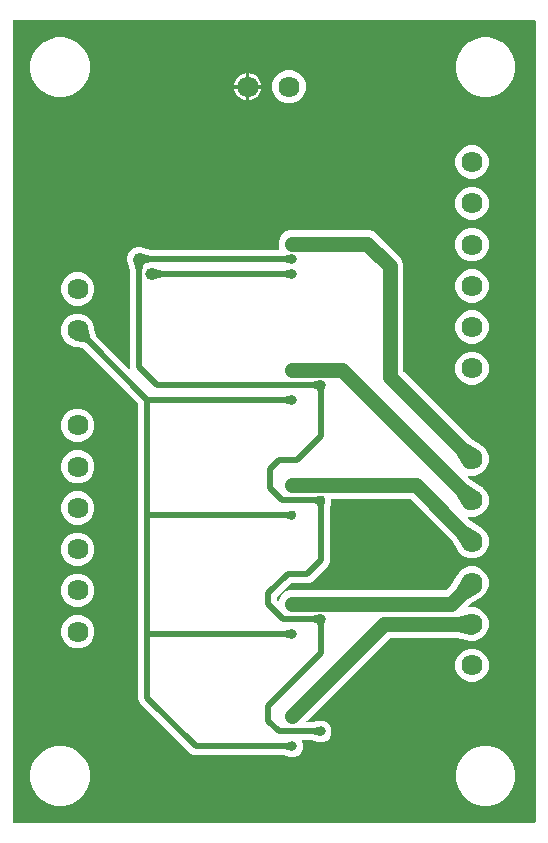
<source format=gbr>
G04 EAGLE Gerber RS-274X export*
G75*
%MOMM*%
%FSLAX34Y34*%
%LPD*%
%INBottom Copper*%
%IPPOS*%
%AMOC8*
5,1,8,0,0,1.08239X$1,22.5*%
G01*
%ADD10C,1.790700*%
%ADD11C,1.270000*%
%ADD12C,1.006400*%
%ADD13C,0.806400*%
%ADD14C,0.508000*%
%ADD15C,0.756400*%
%ADD16C,0.956400*%

G36*
X451798Y10164D02*
X451798Y10164D01*
X451817Y10162D01*
X451919Y10184D01*
X452021Y10200D01*
X452038Y10210D01*
X452058Y10214D01*
X452147Y10267D01*
X452238Y10316D01*
X452252Y10330D01*
X452269Y10340D01*
X452336Y10419D01*
X452408Y10494D01*
X452416Y10512D01*
X452429Y10527D01*
X452468Y10623D01*
X452511Y10717D01*
X452513Y10737D01*
X452521Y10755D01*
X452539Y10922D01*
X452539Y689078D01*
X452536Y689098D01*
X452538Y689117D01*
X452516Y689219D01*
X452500Y689321D01*
X452490Y689338D01*
X452486Y689358D01*
X452433Y689447D01*
X452384Y689538D01*
X452370Y689552D01*
X452360Y689569D01*
X452281Y689636D01*
X452206Y689708D01*
X452188Y689716D01*
X452173Y689729D01*
X452077Y689768D01*
X451983Y689811D01*
X451963Y689813D01*
X451945Y689821D01*
X451778Y689839D01*
X10922Y689839D01*
X10902Y689836D01*
X10883Y689838D01*
X10781Y689816D01*
X10679Y689800D01*
X10662Y689790D01*
X10642Y689786D01*
X10553Y689733D01*
X10462Y689684D01*
X10448Y689670D01*
X10431Y689660D01*
X10364Y689581D01*
X10292Y689506D01*
X10284Y689488D01*
X10271Y689473D01*
X10232Y689377D01*
X10189Y689283D01*
X10187Y689263D01*
X10179Y689245D01*
X10161Y689078D01*
X10161Y10922D01*
X10164Y10902D01*
X10162Y10883D01*
X10184Y10781D01*
X10200Y10679D01*
X10210Y10662D01*
X10214Y10642D01*
X10267Y10553D01*
X10316Y10462D01*
X10330Y10448D01*
X10340Y10431D01*
X10419Y10364D01*
X10494Y10292D01*
X10512Y10284D01*
X10527Y10271D01*
X10623Y10232D01*
X10717Y10189D01*
X10737Y10187D01*
X10755Y10179D01*
X10922Y10161D01*
X451778Y10161D01*
X451798Y10164D01*
G37*
%LPC*%
G36*
X245322Y65793D02*
X245322Y65793D01*
X245310Y65794D01*
X245299Y65799D01*
X245132Y65817D01*
X244567Y65817D01*
X243539Y66243D01*
X243507Y66251D01*
X243437Y66277D01*
X239510Y67285D01*
X239499Y67286D01*
X239488Y67291D01*
X239321Y67309D01*
X238713Y67309D01*
X163584Y67309D01*
X160783Y68469D01*
X117237Y112015D01*
X116077Y114816D01*
X116077Y364828D01*
X116063Y364918D01*
X116055Y365009D01*
X116043Y365039D01*
X116038Y365071D01*
X115995Y365152D01*
X115959Y365235D01*
X115933Y365268D01*
X115922Y365288D01*
X115899Y365310D01*
X115854Y365366D01*
X69550Y411671D01*
X69543Y411675D01*
X69538Y411682D01*
X69443Y411748D01*
X69350Y411814D01*
X69342Y411817D01*
X69335Y411821D01*
X69177Y411875D01*
X68244Y412082D01*
X64812Y412843D01*
X64812Y412844D01*
X64811Y412844D01*
X63316Y413175D01*
X63315Y413175D01*
X63314Y413176D01*
X63310Y413176D01*
X63149Y413194D01*
X61978Y413194D01*
X60595Y413767D01*
X60565Y413774D01*
X60466Y413807D01*
X60460Y413809D01*
X60252Y413855D01*
X60130Y413940D01*
X60127Y413941D01*
X59985Y414020D01*
X56820Y415330D01*
X52872Y419278D01*
X50736Y424436D01*
X50736Y430020D01*
X52872Y435178D01*
X56820Y439126D01*
X61978Y441262D01*
X67562Y441262D01*
X72720Y439126D01*
X76668Y435178D01*
X77978Y432013D01*
X77981Y432010D01*
X78058Y431868D01*
X78143Y431746D01*
X78191Y431530D01*
X78203Y431501D01*
X78231Y431403D01*
X78804Y430020D01*
X78804Y428849D01*
X78805Y428845D01*
X78807Y428824D01*
X78805Y428809D01*
X78812Y428778D01*
X78822Y428684D01*
X80123Y422821D01*
X80126Y422814D01*
X80126Y422805D01*
X80171Y422700D01*
X80214Y422593D01*
X80219Y422587D01*
X80223Y422579D01*
X80327Y422448D01*
X107920Y394856D01*
X107978Y394814D01*
X108030Y394764D01*
X108077Y394742D01*
X108119Y394712D01*
X108188Y394691D01*
X108253Y394661D01*
X108305Y394655D01*
X108355Y394640D01*
X108426Y394642D01*
X108497Y394634D01*
X108548Y394645D01*
X108600Y394646D01*
X108668Y394671D01*
X108738Y394686D01*
X108783Y394713D01*
X108831Y394730D01*
X108887Y394775D01*
X108949Y394812D01*
X108983Y394852D01*
X109023Y394884D01*
X109062Y394944D01*
X109109Y394999D01*
X109128Y395047D01*
X109156Y395091D01*
X109174Y395161D01*
X109201Y395227D01*
X109209Y395298D01*
X109217Y395330D01*
X109215Y395353D01*
X109219Y395394D01*
X109219Y477013D01*
X109219Y477496D01*
X109216Y477519D01*
X109218Y477542D01*
X109189Y477707D01*
X108163Y481271D01*
X107292Y484294D01*
X107279Y484320D01*
X107263Y484374D01*
X106727Y485668D01*
X106727Y486144D01*
X106724Y486167D01*
X106726Y486190D01*
X106702Y486329D01*
X106722Y486510D01*
X106721Y486539D01*
X106727Y486596D01*
X106727Y489692D01*
X108267Y493408D01*
X111112Y496253D01*
X114828Y497793D01*
X117925Y497793D01*
X117953Y497797D01*
X118010Y497798D01*
X118192Y497818D01*
X118209Y497811D01*
X118376Y497793D01*
X118852Y497793D01*
X120146Y497257D01*
X120174Y497250D01*
X120227Y497228D01*
X120309Y497204D01*
X120310Y497204D01*
X126813Y495330D01*
X126836Y495328D01*
X126857Y495319D01*
X127024Y495301D01*
X234972Y495301D01*
X235017Y495308D01*
X235063Y495306D01*
X235138Y495328D01*
X235215Y495340D01*
X235255Y495362D01*
X235299Y495375D01*
X235363Y495419D01*
X235432Y495456D01*
X235464Y495489D01*
X235502Y495515D01*
X235548Y495578D01*
X235602Y495634D01*
X235621Y495676D01*
X235648Y495712D01*
X235672Y495786D01*
X235705Y495857D01*
X235710Y495903D01*
X235724Y495946D01*
X235724Y496024D01*
X235732Y496101D01*
X235723Y496146D01*
X235722Y496192D01*
X235684Y496324D01*
X235680Y496342D01*
X235677Y496346D01*
X235675Y496353D01*
X234949Y498106D01*
X234949Y502654D01*
X236690Y506855D01*
X239905Y510070D01*
X244106Y511811D01*
X312154Y511811D01*
X316355Y510070D01*
X338620Y487805D01*
X340361Y483604D01*
X340361Y393162D01*
X340375Y393072D01*
X340383Y392981D01*
X340395Y392951D01*
X340400Y392919D01*
X340443Y392839D01*
X340479Y392755D01*
X340505Y392723D01*
X340516Y392702D01*
X340539Y392680D01*
X340584Y392624D01*
X396706Y336501D01*
X396707Y336501D01*
X397469Y335738D01*
X397470Y335738D01*
X397471Y335737D01*
X397600Y335633D01*
X405218Y330798D01*
X405247Y330786D01*
X405335Y330737D01*
X406730Y330160D01*
X407548Y329341D01*
X407549Y329341D01*
X407549Y329340D01*
X407550Y329340D01*
X407679Y329236D01*
X408220Y328893D01*
X408623Y328319D01*
X408711Y328195D01*
X408733Y328172D01*
X408795Y328094D01*
X410678Y326212D01*
X412814Y321054D01*
X412814Y315470D01*
X410678Y310312D01*
X406730Y306364D01*
X401572Y304228D01*
X395975Y304228D01*
X395911Y304243D01*
X395818Y304271D01*
X395792Y304271D01*
X395767Y304277D01*
X395670Y304267D01*
X395573Y304265D01*
X395548Y304256D01*
X395522Y304253D01*
X395433Y304214D01*
X395342Y304180D01*
X395321Y304164D01*
X395297Y304154D01*
X395226Y304088D01*
X395150Y304027D01*
X395135Y304005D01*
X395116Y303987D01*
X395069Y303902D01*
X395017Y303820D01*
X395010Y303794D01*
X394998Y303772D01*
X394980Y303676D01*
X394956Y303581D01*
X394958Y303555D01*
X394954Y303530D01*
X394968Y303433D01*
X394976Y303336D01*
X394986Y303312D01*
X394990Y303286D01*
X395034Y303199D01*
X395072Y303110D01*
X395092Y303084D01*
X395101Y303067D01*
X395125Y303044D01*
X395177Y302979D01*
X396706Y301449D01*
X397469Y300686D01*
X397470Y300686D01*
X397471Y300685D01*
X397600Y300581D01*
X405218Y295746D01*
X405224Y295744D01*
X405228Y295740D01*
X405257Y295728D01*
X405335Y295685D01*
X406730Y295108D01*
X407549Y294288D01*
X407550Y294288D01*
X407679Y294184D01*
X408220Y293841D01*
X408623Y293267D01*
X408711Y293143D01*
X408733Y293120D01*
X408795Y293042D01*
X410678Y291160D01*
X412814Y286002D01*
X412814Y280418D01*
X410678Y275260D01*
X406730Y271312D01*
X401572Y269176D01*
X396020Y269176D01*
X395949Y269164D01*
X395877Y269162D01*
X395828Y269144D01*
X395777Y269136D01*
X395714Y269103D01*
X395646Y269078D01*
X395605Y269045D01*
X395559Y269021D01*
X395510Y268969D01*
X395454Y268924D01*
X395426Y268880D01*
X395390Y268843D01*
X395360Y268778D01*
X395321Y268717D01*
X395308Y268667D01*
X395286Y268620D01*
X395278Y268548D01*
X395261Y268479D01*
X395265Y268427D01*
X395259Y268375D01*
X395275Y268305D01*
X395280Y268234D01*
X395300Y268186D01*
X395312Y268135D01*
X395348Y268073D01*
X395376Y268007D01*
X395421Y267951D01*
X395438Y267924D01*
X395456Y267908D01*
X395481Y267876D01*
X396706Y266651D01*
X396707Y266651D01*
X397469Y265888D01*
X397470Y265888D01*
X397471Y265887D01*
X397600Y265783D01*
X405218Y260948D01*
X405247Y260936D01*
X405335Y260887D01*
X406730Y260310D01*
X407548Y259491D01*
X407549Y259491D01*
X407549Y259490D01*
X407550Y259490D01*
X407679Y259386D01*
X408220Y259043D01*
X408623Y258469D01*
X408711Y258345D01*
X408733Y258322D01*
X408795Y258244D01*
X410678Y256362D01*
X412814Y251204D01*
X412814Y245620D01*
X410678Y240462D01*
X406730Y236514D01*
X401572Y234378D01*
X395988Y234378D01*
X390830Y236514D01*
X388948Y238397D01*
X388922Y238415D01*
X388847Y238481D01*
X388149Y238972D01*
X387806Y239513D01*
X387805Y239514D01*
X387701Y239643D01*
X386882Y240462D01*
X386305Y241857D01*
X386288Y241884D01*
X386244Y241974D01*
X381409Y249592D01*
X381408Y249593D01*
X381349Y249666D01*
X381338Y249684D01*
X381327Y249694D01*
X381304Y249722D01*
X380541Y250485D01*
X380541Y250486D01*
X346770Y284256D01*
X346696Y284309D01*
X346627Y284369D01*
X346597Y284381D01*
X346570Y284400D01*
X346484Y284427D01*
X346399Y284461D01*
X346358Y284465D01*
X346335Y284472D01*
X346303Y284471D01*
X346232Y284479D01*
X280134Y284479D01*
X280114Y284476D01*
X280095Y284478D01*
X279993Y284456D01*
X279891Y284440D01*
X279874Y284430D01*
X279854Y284426D01*
X279765Y284373D01*
X279674Y284324D01*
X279660Y284310D01*
X279643Y284300D01*
X279576Y284221D01*
X279504Y284146D01*
X279496Y284128D01*
X279483Y284113D01*
X279444Y284017D01*
X279401Y283923D01*
X279399Y283903D01*
X279391Y283885D01*
X279373Y283718D01*
X279373Y283335D01*
X279378Y283302D01*
X279382Y283218D01*
X279407Y283055D01*
X279480Y282586D01*
X279394Y282235D01*
X279394Y282228D01*
X279391Y282222D01*
X279373Y282055D01*
X279373Y281447D01*
X278982Y280504D01*
X278974Y280472D01*
X278946Y280393D01*
X278152Y277134D01*
X278152Y277127D01*
X278149Y277121D01*
X278131Y276954D01*
X278131Y230894D01*
X276971Y228093D01*
X263397Y214519D01*
X260596Y213359D01*
X246042Y213359D01*
X245952Y213345D01*
X245861Y213337D01*
X245831Y213325D01*
X245799Y213320D01*
X245718Y213277D01*
X245635Y213241D01*
X245602Y213215D01*
X245582Y213204D01*
X245560Y213181D01*
X245504Y213136D01*
X233904Y201536D01*
X233851Y201462D01*
X233791Y201393D01*
X233779Y201363D01*
X233760Y201337D01*
X233733Y201250D01*
X233699Y201165D01*
X233695Y201124D01*
X233688Y201102D01*
X233689Y201069D01*
X233681Y200998D01*
X233681Y199052D01*
X233695Y198962D01*
X233703Y198871D01*
X233715Y198841D01*
X233720Y198809D01*
X233763Y198728D01*
X233799Y198645D01*
X233825Y198612D01*
X233836Y198592D01*
X233859Y198570D01*
X233904Y198514D01*
X234031Y198387D01*
X234068Y198360D01*
X234099Y198326D01*
X234167Y198288D01*
X234230Y198243D01*
X234274Y198230D01*
X234315Y198207D01*
X234391Y198194D01*
X234466Y198171D01*
X234511Y198172D01*
X234557Y198164D01*
X234634Y198175D01*
X234711Y198177D01*
X234755Y198193D01*
X234800Y198200D01*
X234869Y198235D01*
X234942Y198262D01*
X234978Y198290D01*
X235019Y198311D01*
X235074Y198367D01*
X235134Y198415D01*
X235159Y198454D01*
X235191Y198487D01*
X235257Y198606D01*
X235267Y198622D01*
X235269Y198627D01*
X235272Y198634D01*
X236690Y202055D01*
X239905Y205270D01*
X244106Y207011D01*
X375950Y207011D01*
X376040Y207025D01*
X376131Y207033D01*
X376161Y207045D01*
X376193Y207050D01*
X376273Y207093D01*
X376357Y207129D01*
X376389Y207155D01*
X376410Y207166D01*
X376432Y207189D01*
X376488Y207234D01*
X380541Y211286D01*
X381304Y212050D01*
X381305Y212051D01*
X381409Y212180D01*
X386244Y219798D01*
X386256Y219827D01*
X386305Y219915D01*
X386882Y221310D01*
X387702Y222129D01*
X387702Y222130D01*
X387806Y222259D01*
X388149Y222800D01*
X388847Y223291D01*
X388870Y223313D01*
X388948Y223375D01*
X390830Y225258D01*
X395988Y227394D01*
X401572Y227394D01*
X406730Y225258D01*
X410678Y221310D01*
X412814Y216152D01*
X412814Y210568D01*
X410678Y205410D01*
X408795Y203528D01*
X408777Y203502D01*
X408711Y203427D01*
X408220Y202729D01*
X407679Y202386D01*
X407678Y202385D01*
X407549Y202282D01*
X406730Y201462D01*
X405335Y200885D01*
X405308Y200868D01*
X405218Y200824D01*
X397600Y195989D01*
X397599Y195988D01*
X397470Y195884D01*
X396706Y195121D01*
X395481Y193896D01*
X395439Y193838D01*
X395390Y193786D01*
X395368Y193738D01*
X395338Y193696D01*
X395317Y193628D01*
X395286Y193562D01*
X395281Y193511D01*
X395265Y193461D01*
X395267Y193389D01*
X395259Y193318D01*
X395270Y193267D01*
X395272Y193215D01*
X395296Y193148D01*
X395312Y193078D01*
X395338Y193033D01*
X395356Y192984D01*
X395401Y192928D01*
X395438Y192867D01*
X395477Y192833D01*
X395510Y192792D01*
X395570Y192753D01*
X395625Y192707D01*
X395673Y192687D01*
X395717Y192659D01*
X395786Y192642D01*
X395853Y192615D01*
X395924Y192607D01*
X395955Y192599D01*
X395979Y192601D01*
X396020Y192596D01*
X397147Y192596D01*
X397148Y192596D01*
X397313Y192615D01*
X397938Y192754D01*
X398779Y192608D01*
X398810Y192607D01*
X398909Y192596D01*
X401572Y192596D01*
X406730Y190460D01*
X410678Y186512D01*
X412814Y181354D01*
X412814Y175770D01*
X410678Y170612D01*
X406730Y166664D01*
X401572Y164528D01*
X398910Y164528D01*
X398878Y164523D01*
X398779Y164516D01*
X397938Y164370D01*
X397313Y164509D01*
X397311Y164510D01*
X397147Y164528D01*
X395988Y164528D01*
X394594Y165105D01*
X394563Y165113D01*
X394468Y165145D01*
X385662Y167113D01*
X385661Y167113D01*
X385496Y167131D01*
X329662Y167131D01*
X329572Y167117D01*
X329481Y167109D01*
X329451Y167097D01*
X329419Y167092D01*
X329339Y167049D01*
X329255Y167013D01*
X329223Y166987D01*
X329202Y166976D01*
X329180Y166953D01*
X329124Y166908D01*
X258766Y96550D01*
X258724Y96492D01*
X258675Y96440D01*
X258653Y96393D01*
X258622Y96351D01*
X258601Y96282D01*
X258571Y96217D01*
X258565Y96165D01*
X258550Y96115D01*
X258552Y96044D01*
X258544Y95973D01*
X258555Y95922D01*
X258556Y95870D01*
X258581Y95802D01*
X258596Y95732D01*
X258623Y95687D01*
X258641Y95639D01*
X258686Y95583D01*
X258722Y95521D01*
X258762Y95487D01*
X258794Y95447D01*
X258855Y95408D01*
X258909Y95361D01*
X258957Y95342D01*
X259001Y95314D01*
X259071Y95296D01*
X259137Y95269D01*
X259209Y95261D01*
X259240Y95253D01*
X259263Y95255D01*
X259304Y95251D01*
X263451Y95251D01*
X263463Y95253D01*
X263474Y95251D01*
X263640Y95275D01*
X267567Y96283D01*
X267597Y96296D01*
X267669Y96317D01*
X268697Y96743D01*
X269263Y96743D01*
X269274Y96745D01*
X269286Y96743D01*
X269452Y96767D01*
X269712Y96833D01*
X269853Y96813D01*
X270296Y96750D01*
X270328Y96751D01*
X270403Y96743D01*
X272323Y96743D01*
X275672Y95355D01*
X278235Y92792D01*
X279623Y89443D01*
X279623Y85817D01*
X278235Y82468D01*
X275672Y79905D01*
X272323Y78517D01*
X270403Y78517D01*
X270371Y78512D01*
X270296Y78510D01*
X269853Y78447D01*
X269712Y78427D01*
X269452Y78493D01*
X269440Y78494D01*
X269429Y78499D01*
X269262Y78517D01*
X268697Y78517D01*
X267669Y78943D01*
X267637Y78951D01*
X267567Y78977D01*
X263640Y79985D01*
X263629Y79986D01*
X263618Y79991D01*
X263451Y80009D01*
X262843Y80009D01*
X255279Y80009D01*
X255234Y80002D01*
X255188Y80004D01*
X255113Y79982D01*
X255036Y79970D01*
X254996Y79948D01*
X254952Y79935D01*
X254888Y79891D01*
X254819Y79854D01*
X254787Y79821D01*
X254750Y79795D01*
X254703Y79732D01*
X254649Y79676D01*
X254630Y79634D01*
X254603Y79598D01*
X254579Y79524D01*
X254546Y79453D01*
X254541Y79407D01*
X254527Y79364D01*
X254527Y79286D01*
X254519Y79209D01*
X254528Y79164D01*
X254529Y79118D01*
X254567Y78986D01*
X254571Y78968D01*
X254574Y78964D01*
X254576Y78957D01*
X255493Y76743D01*
X255493Y73117D01*
X254105Y69768D01*
X251542Y67205D01*
X248193Y65817D01*
X246273Y65817D01*
X246241Y65812D01*
X246166Y65810D01*
X245723Y65747D01*
X245582Y65727D01*
X245322Y65793D01*
G37*
%LPD*%
%LPC*%
G36*
X406848Y624839D02*
X406848Y624839D01*
X400448Y626554D01*
X394711Y629866D01*
X390026Y634551D01*
X386714Y640288D01*
X384999Y646688D01*
X384999Y653312D01*
X386714Y659712D01*
X390026Y665449D01*
X394711Y670134D01*
X400448Y673446D01*
X406848Y675161D01*
X413472Y675161D01*
X419872Y673446D01*
X425609Y670134D01*
X430294Y665449D01*
X433606Y659712D01*
X435321Y653312D01*
X435321Y646688D01*
X433606Y640288D01*
X430294Y634551D01*
X425609Y629866D01*
X419872Y626554D01*
X413472Y624839D01*
X406848Y624839D01*
G37*
%LPD*%
%LPC*%
G36*
X46688Y624839D02*
X46688Y624839D01*
X40288Y626554D01*
X34551Y629866D01*
X29866Y634551D01*
X26554Y640288D01*
X24839Y646688D01*
X24839Y653312D01*
X26554Y659712D01*
X29866Y665449D01*
X34551Y670134D01*
X40288Y673446D01*
X46688Y675161D01*
X53312Y675161D01*
X59712Y673446D01*
X65449Y670134D01*
X70134Y665449D01*
X73446Y659712D01*
X75161Y653312D01*
X75161Y646688D01*
X73446Y640288D01*
X70134Y634551D01*
X65449Y629866D01*
X59712Y626554D01*
X53312Y624839D01*
X46688Y624839D01*
G37*
%LPD*%
%LPC*%
G36*
X406848Y24839D02*
X406848Y24839D01*
X400448Y26554D01*
X394711Y29866D01*
X390026Y34551D01*
X386714Y40288D01*
X384999Y46688D01*
X384999Y53312D01*
X386714Y59712D01*
X390026Y65449D01*
X394711Y70134D01*
X400448Y73446D01*
X406848Y75161D01*
X413472Y75161D01*
X419872Y73446D01*
X425609Y70134D01*
X430294Y65449D01*
X433606Y59712D01*
X435321Y53312D01*
X435321Y46688D01*
X433606Y40288D01*
X430294Y34551D01*
X425609Y29866D01*
X419872Y26554D01*
X413472Y24839D01*
X406848Y24839D01*
G37*
%LPD*%
%LPC*%
G36*
X46688Y24839D02*
X46688Y24839D01*
X40288Y26554D01*
X34551Y29866D01*
X29866Y34551D01*
X26554Y40288D01*
X24839Y46688D01*
X24839Y53312D01*
X26554Y59712D01*
X29866Y65449D01*
X34551Y70134D01*
X40288Y73446D01*
X46688Y75161D01*
X53312Y75161D01*
X59712Y73446D01*
X65449Y70134D01*
X70134Y65449D01*
X73446Y59712D01*
X75161Y53312D01*
X75161Y46688D01*
X73446Y40288D01*
X70134Y34551D01*
X65449Y29866D01*
X59712Y26554D01*
X53312Y24839D01*
X46688Y24839D01*
G37*
%LPD*%
%LPC*%
G36*
X241048Y619406D02*
X241048Y619406D01*
X235890Y621542D01*
X231942Y625490D01*
X229806Y630648D01*
X229806Y636232D01*
X231942Y641390D01*
X235890Y645338D01*
X241048Y647474D01*
X246632Y647474D01*
X251790Y645338D01*
X255738Y641390D01*
X257874Y636232D01*
X257874Y630648D01*
X255738Y625490D01*
X251790Y621542D01*
X246632Y619406D01*
X241048Y619406D01*
G37*
%LPD*%
%LPC*%
G36*
X395988Y555688D02*
X395988Y555688D01*
X390830Y557824D01*
X386882Y561772D01*
X384746Y566930D01*
X384746Y572514D01*
X386882Y577672D01*
X390830Y581620D01*
X395988Y583756D01*
X401572Y583756D01*
X406730Y581620D01*
X410678Y577672D01*
X412814Y572514D01*
X412814Y566930D01*
X410678Y561772D01*
X406730Y557824D01*
X401572Y555688D01*
X395988Y555688D01*
G37*
%LPD*%
%LPC*%
G36*
X395988Y520636D02*
X395988Y520636D01*
X390830Y522772D01*
X386882Y526720D01*
X384746Y531878D01*
X384746Y537462D01*
X386882Y542620D01*
X390830Y546568D01*
X395988Y548704D01*
X401572Y548704D01*
X406730Y546568D01*
X410678Y542620D01*
X412814Y537462D01*
X412814Y531878D01*
X410678Y526720D01*
X406730Y522772D01*
X401572Y520636D01*
X395988Y520636D01*
G37*
%LPD*%
%LPC*%
G36*
X395988Y485838D02*
X395988Y485838D01*
X390830Y487974D01*
X386882Y491922D01*
X384746Y497080D01*
X384746Y502664D01*
X386882Y507822D01*
X390830Y511770D01*
X395988Y513906D01*
X401572Y513906D01*
X406730Y511770D01*
X410678Y507822D01*
X412814Y502664D01*
X412814Y497080D01*
X410678Y491922D01*
X406730Y487974D01*
X401572Y485838D01*
X395988Y485838D01*
G37*
%LPD*%
%LPC*%
G36*
X395988Y450786D02*
X395988Y450786D01*
X390830Y452922D01*
X386882Y456870D01*
X384746Y462028D01*
X384746Y467612D01*
X386882Y472770D01*
X390830Y476718D01*
X395988Y478854D01*
X401572Y478854D01*
X406730Y476718D01*
X410678Y472770D01*
X412814Y467612D01*
X412814Y462028D01*
X410678Y456870D01*
X406730Y452922D01*
X401572Y450786D01*
X395988Y450786D01*
G37*
%LPD*%
%LPC*%
G36*
X61978Y448246D02*
X61978Y448246D01*
X56820Y450382D01*
X52872Y454330D01*
X50736Y459488D01*
X50736Y465072D01*
X52872Y470230D01*
X56820Y474178D01*
X61978Y476314D01*
X67562Y476314D01*
X72720Y474178D01*
X76668Y470230D01*
X78804Y465072D01*
X78804Y459488D01*
X76668Y454330D01*
X72720Y450382D01*
X67562Y448246D01*
X61978Y448246D01*
G37*
%LPD*%
%LPC*%
G36*
X395988Y415988D02*
X395988Y415988D01*
X390830Y418124D01*
X386882Y422072D01*
X384746Y427230D01*
X384746Y432814D01*
X386882Y437972D01*
X390830Y441920D01*
X395988Y444056D01*
X401572Y444056D01*
X406730Y441920D01*
X410678Y437972D01*
X412814Y432814D01*
X412814Y427230D01*
X410678Y422072D01*
X406730Y418124D01*
X401572Y415988D01*
X395988Y415988D01*
G37*
%LPD*%
%LPC*%
G36*
X395988Y380936D02*
X395988Y380936D01*
X390830Y383072D01*
X386882Y387020D01*
X384746Y392178D01*
X384746Y397762D01*
X386882Y402920D01*
X390830Y406868D01*
X395988Y409004D01*
X401572Y409004D01*
X406730Y406868D01*
X410678Y402920D01*
X412814Y397762D01*
X412814Y392178D01*
X410678Y387020D01*
X406730Y383072D01*
X401572Y380936D01*
X395988Y380936D01*
G37*
%LPD*%
%LPC*%
G36*
X61978Y332676D02*
X61978Y332676D01*
X56820Y334812D01*
X52872Y338760D01*
X50736Y343918D01*
X50736Y349502D01*
X52872Y354660D01*
X56820Y358608D01*
X61978Y360744D01*
X67562Y360744D01*
X72720Y358608D01*
X76668Y354660D01*
X78804Y349502D01*
X78804Y343918D01*
X76668Y338760D01*
X72720Y334812D01*
X67562Y332676D01*
X61978Y332676D01*
G37*
%LPD*%
%LPC*%
G36*
X61978Y297624D02*
X61978Y297624D01*
X56820Y299760D01*
X52872Y303708D01*
X50736Y308866D01*
X50736Y314450D01*
X52872Y319608D01*
X56820Y323556D01*
X61978Y325692D01*
X67562Y325692D01*
X72720Y323556D01*
X76668Y319608D01*
X78804Y314450D01*
X78804Y308866D01*
X76668Y303708D01*
X72720Y299760D01*
X67562Y297624D01*
X61978Y297624D01*
G37*
%LPD*%
%LPC*%
G36*
X61978Y262826D02*
X61978Y262826D01*
X56820Y264962D01*
X52872Y268910D01*
X50736Y274068D01*
X50736Y279652D01*
X52872Y284810D01*
X56820Y288758D01*
X61978Y290894D01*
X67562Y290894D01*
X72720Y288758D01*
X76668Y284810D01*
X78804Y279652D01*
X78804Y274068D01*
X76668Y268910D01*
X72720Y264962D01*
X67562Y262826D01*
X61978Y262826D01*
G37*
%LPD*%
%LPC*%
G36*
X61978Y227774D02*
X61978Y227774D01*
X56820Y229910D01*
X52872Y233858D01*
X50736Y239016D01*
X50736Y244600D01*
X52872Y249758D01*
X56820Y253706D01*
X61978Y255842D01*
X67562Y255842D01*
X72720Y253706D01*
X76668Y249758D01*
X78804Y244600D01*
X78804Y239016D01*
X76668Y233858D01*
X72720Y229910D01*
X67562Y227774D01*
X61978Y227774D01*
G37*
%LPD*%
%LPC*%
G36*
X61978Y192976D02*
X61978Y192976D01*
X56820Y195112D01*
X52872Y199060D01*
X50736Y204218D01*
X50736Y209802D01*
X52872Y214960D01*
X56820Y218908D01*
X61978Y221044D01*
X67562Y221044D01*
X72720Y218908D01*
X76668Y214960D01*
X78804Y209802D01*
X78804Y204218D01*
X76668Y199060D01*
X72720Y195112D01*
X67562Y192976D01*
X61978Y192976D01*
G37*
%LPD*%
%LPC*%
G36*
X61978Y157924D02*
X61978Y157924D01*
X56820Y160060D01*
X52872Y164008D01*
X50736Y169166D01*
X50736Y174750D01*
X52872Y179908D01*
X56820Y183856D01*
X61978Y185992D01*
X67562Y185992D01*
X72720Y183856D01*
X76668Y179908D01*
X78804Y174750D01*
X78804Y169166D01*
X76668Y164008D01*
X72720Y160060D01*
X67562Y157924D01*
X61978Y157924D01*
G37*
%LPD*%
%LPC*%
G36*
X395988Y129476D02*
X395988Y129476D01*
X390830Y131612D01*
X386882Y135560D01*
X384746Y140718D01*
X384746Y146302D01*
X386882Y151460D01*
X390830Y155408D01*
X395988Y157544D01*
X401572Y157544D01*
X406730Y155408D01*
X410678Y151460D01*
X412814Y146302D01*
X412814Y140718D01*
X410678Y135560D01*
X406730Y131612D01*
X401572Y129476D01*
X395988Y129476D01*
G37*
%LPD*%
%LPC*%
G36*
X210311Y634963D02*
X210311Y634963D01*
X210311Y644836D01*
X211480Y644651D01*
X213200Y644092D01*
X214812Y643271D01*
X216276Y642207D01*
X217555Y640928D01*
X218619Y639464D01*
X219440Y637852D01*
X219999Y636132D01*
X220184Y634963D01*
X210311Y634963D01*
G37*
%LPD*%
%LPC*%
G36*
X197392Y634963D02*
X197392Y634963D01*
X197577Y636132D01*
X198136Y637852D01*
X198957Y639464D01*
X200021Y640928D01*
X201300Y642207D01*
X202764Y643271D01*
X204376Y644092D01*
X206096Y644651D01*
X207265Y644836D01*
X207265Y634963D01*
X197392Y634963D01*
G37*
%LPD*%
%LPC*%
G36*
X210311Y631917D02*
X210311Y631917D01*
X220184Y631917D01*
X219999Y630748D01*
X219440Y629028D01*
X218619Y627416D01*
X217555Y625952D01*
X216276Y624673D01*
X214812Y623609D01*
X213200Y622788D01*
X211480Y622229D01*
X210311Y622044D01*
X210311Y631917D01*
G37*
%LPD*%
%LPC*%
G36*
X206096Y622229D02*
X206096Y622229D01*
X204376Y622788D01*
X202764Y623609D01*
X201300Y624673D01*
X200021Y625952D01*
X198957Y627416D01*
X198136Y629028D01*
X197577Y630748D01*
X197392Y631917D01*
X207265Y631917D01*
X207265Y622044D01*
X206096Y622229D01*
G37*
%LPD*%
%LPC*%
G36*
X208787Y633439D02*
X208787Y633439D01*
X208787Y633441D01*
X208789Y633441D01*
X208789Y633439D01*
X208787Y633439D01*
G37*
%LPD*%
D10*
X64770Y462280D03*
X64770Y427228D03*
X64770Y346710D03*
X64770Y311658D03*
X64770Y276860D03*
X64770Y241808D03*
X398780Y213360D03*
X398780Y248412D03*
X398780Y283210D03*
X398780Y318262D03*
X398780Y394970D03*
X398780Y430022D03*
X398780Y464820D03*
X398780Y499872D03*
X398780Y534670D03*
X398780Y569722D03*
X243840Y633440D03*
X208788Y633440D03*
X64770Y207010D03*
X64770Y171958D03*
X398780Y143510D03*
X398780Y178562D03*
D11*
X398780Y318262D02*
X397002Y320040D01*
X328930Y481330D02*
X309880Y500380D01*
X246380Y500380D01*
D12*
X246380Y500380D03*
D11*
X328930Y481330D02*
X328930Y388112D01*
X390339Y326703D01*
X398780Y318262D01*
X396582Y316867D02*
X390339Y326703D01*
X396582Y316867D02*
X398780Y318262D01*
X400175Y320460D02*
X390339Y326703D01*
X400175Y320460D02*
X398780Y318262D01*
D13*
X246380Y474980D03*
D12*
X127000Y474980D03*
D14*
X136000Y474980D01*
X136000Y474980D01*
X240380Y474980D01*
X240380Y474980D01*
X246380Y474980D01*
D13*
X246380Y368300D03*
D14*
X123698Y368300D02*
X73211Y418787D01*
X73211Y418787D01*
X64770Y427228D01*
X240380Y368300D02*
X246380Y368300D01*
X240380Y368300D02*
X240380Y368300D01*
X123698Y368300D01*
D15*
X246380Y270510D03*
D14*
X241130Y270510D01*
X241130Y270510D01*
X125730Y270510D01*
X123698Y272542D01*
X123698Y368300D01*
D13*
X246380Y170180D03*
D14*
X240380Y170180D01*
X240380Y170180D01*
X123698Y170180D01*
X123698Y272542D01*
D13*
X246380Y74930D03*
D14*
X240380Y74930D01*
X240380Y74930D01*
X165100Y74930D01*
X123698Y116332D02*
X123698Y170180D01*
X123698Y116332D02*
X165100Y74930D01*
X246009Y473535D02*
X240380Y474980D01*
X246009Y476425D01*
X136000Y474980D02*
X127690Y477375D01*
X127690Y472585D02*
X136000Y474980D01*
X127690Y477375D02*
X127690Y477375D01*
X127690Y472585D02*
X127690Y472585D01*
X127000Y474980D01*
X240380Y368300D02*
X246009Y366855D01*
X246009Y369745D02*
X240380Y368300D01*
X241130Y270510D02*
X246086Y269303D01*
X246086Y271717D02*
X241130Y270510D01*
X240380Y170180D02*
X246009Y168735D01*
X246009Y171625D02*
X240380Y170180D01*
X240380Y74930D02*
X246009Y73485D01*
X246009Y76375D02*
X240380Y74930D01*
X240380Y474980D02*
X240380Y474980D01*
X246009Y473535D01*
X246009Y473535D01*
X246380Y474980D01*
X246009Y476425D02*
X240380Y474980D01*
X246009Y476425D02*
X246009Y476425D01*
X246380Y474980D01*
X246009Y473535D02*
X240380Y474980D01*
X246009Y476425D01*
X246009Y473535D02*
X240380Y474980D01*
X246009Y473535D02*
X246380Y474980D01*
X246009Y476425D02*
X240380Y474980D01*
X246009Y476425D02*
X246380Y474980D01*
X136000Y474980D02*
X127690Y477375D01*
X136000Y474980D02*
X136000Y474980D01*
X127690Y472585D01*
X127690Y477375D02*
X136000Y474980D01*
X127690Y477375D02*
X127000Y474980D01*
X127690Y472585D02*
X136000Y474980D01*
X127690Y472585D02*
X127000Y474980D01*
X127690Y477375D02*
X136000Y474980D01*
X127690Y477375D02*
X127000Y474980D01*
X127690Y472585D02*
X136000Y474980D01*
X127690Y472585D02*
X127000Y474980D01*
X240380Y368300D02*
X240380Y368300D01*
X246009Y366855D01*
X246009Y366855D01*
X246380Y368300D01*
X246009Y369745D02*
X240380Y368300D01*
X246009Y369745D02*
X246009Y369745D01*
X246380Y368300D01*
X246009Y366855D02*
X240380Y368300D01*
X246009Y369745D01*
X246009Y366855D02*
X240380Y368300D01*
X246009Y366855D02*
X246380Y368300D01*
X246009Y369745D02*
X240380Y368300D01*
X246009Y369745D02*
X246380Y368300D01*
X241130Y270510D02*
X241130Y270510D01*
X246086Y269303D01*
X246086Y269303D01*
X246380Y270510D01*
X246086Y271717D02*
X241130Y270510D01*
X246086Y271717D02*
X246086Y271717D01*
X246380Y270510D01*
X246086Y269303D02*
X241130Y270510D01*
X246086Y271717D01*
X246086Y269303D02*
X241130Y270510D01*
X246086Y269303D02*
X246380Y270510D01*
X246086Y271717D02*
X241130Y270510D01*
X246086Y271717D02*
X246380Y270510D01*
X240380Y170180D02*
X240380Y170180D01*
X246009Y168735D01*
X246009Y168735D01*
X246380Y170180D01*
X246009Y171625D02*
X240380Y170180D01*
X246009Y171625D02*
X246009Y171625D01*
X246380Y170180D01*
X246009Y168735D02*
X240380Y170180D01*
X246009Y171625D01*
X246009Y168735D02*
X240380Y170180D01*
X246009Y168735D02*
X246380Y170180D01*
X246009Y171625D02*
X240380Y170180D01*
X246009Y171625D02*
X246380Y170180D01*
X240380Y74930D02*
X240380Y74930D01*
X246009Y73485D01*
X246009Y73485D01*
X246380Y74930D01*
X246009Y76375D02*
X240380Y74930D01*
X246009Y76375D02*
X246009Y76375D01*
X246380Y74930D01*
X246009Y73485D02*
X240380Y74930D01*
X246009Y76375D01*
X246009Y73485D02*
X240380Y74930D01*
X246009Y73485D02*
X246380Y74930D01*
X246009Y76375D02*
X240380Y74930D01*
X246009Y76375D02*
X246380Y74930D01*
X73211Y418787D02*
X71031Y428617D01*
X71031Y428617D01*
X73211Y418787D02*
X73211Y418787D01*
X63381Y420967D01*
X73211Y418787D02*
X71031Y428617D01*
X64770Y427228D01*
X63381Y420967D02*
X73211Y418787D01*
X63381Y420967D02*
X63381Y420967D01*
X73211Y418787D02*
X71031Y428617D01*
X64770Y427228D01*
X63381Y420967D02*
X73211Y418787D01*
X63381Y420967D02*
X64770Y427228D01*
D12*
X116840Y487680D03*
D14*
X125840Y487680D01*
D13*
X246380Y487680D03*
D14*
X125840Y487680D02*
X125840Y487680D01*
X240380Y487680D01*
X240380Y487680D01*
X246380Y487680D01*
D13*
X270510Y381000D03*
D15*
X270510Y283210D03*
D14*
X265260Y283210D01*
X265260Y283210D01*
X237490Y283210D01*
X227330Y293370D01*
X227330Y309880D01*
X234950Y317500D01*
X250190Y317500D01*
X270510Y337820D01*
X270510Y375000D01*
X270510Y375000D01*
X270510Y381000D01*
D13*
X270510Y182880D03*
D14*
X264510Y182880D01*
X264510Y182880D01*
X238760Y182880D01*
X226060Y195580D01*
X226060Y204470D01*
X242570Y220980D02*
X259080Y220980D01*
X270510Y232410D01*
X270510Y277960D01*
X270510Y277960D01*
X270510Y283210D01*
X242570Y220980D02*
X226060Y204470D01*
D13*
X270510Y87630D03*
D14*
X264510Y87630D01*
X264510Y87630D01*
X234950Y87630D01*
X226060Y96520D01*
X226060Y109220D01*
X270510Y153670D02*
X270510Y176880D01*
X270510Y176880D01*
X270510Y182880D01*
X270510Y153670D02*
X226060Y109220D01*
X116840Y478680D02*
X116840Y487680D01*
X116840Y478680D02*
X116840Y478680D01*
X116840Y396240D01*
X132080Y381000D01*
X264510Y381000D01*
X264510Y381000D01*
X270510Y381000D01*
X125840Y487680D02*
X117530Y490075D01*
X117530Y485285D02*
X125840Y487680D01*
X117530Y490075D02*
X117530Y490075D01*
X117530Y485285D02*
X117530Y485285D01*
X116840Y487680D01*
X119235Y486990D02*
X116840Y478680D01*
X114445Y486990D01*
X119235Y486990D02*
X119235Y486990D01*
X114445Y486990D02*
X114445Y486990D01*
X116840Y487680D01*
X240380Y487680D02*
X246009Y486235D01*
X246009Y489125D02*
X240380Y487680D01*
X271955Y380629D02*
X270510Y375000D01*
X269065Y380629D01*
X271955Y380629D02*
X271955Y380629D01*
X269065Y380629D02*
X269065Y380629D01*
X270139Y379555D02*
X264510Y381000D01*
X270139Y382445D01*
X265260Y283210D02*
X270216Y282003D01*
X270216Y284417D02*
X265260Y283210D01*
X271717Y282916D02*
X270510Y277960D01*
X269303Y282916D01*
X271717Y282916D02*
X271717Y282916D01*
X269303Y282916D02*
X269303Y282916D01*
X264510Y182880D02*
X270139Y181435D01*
X270139Y184325D02*
X264510Y182880D01*
X271955Y182509D02*
X270510Y176880D01*
X269065Y182509D01*
X271955Y182509D02*
X271955Y182509D01*
X269065Y182509D02*
X269065Y182509D01*
X264510Y87630D02*
X270139Y86185D01*
X270139Y89075D02*
X264510Y87630D01*
X125840Y487680D02*
X117530Y490075D01*
X125840Y487680D02*
X125840Y487680D01*
X117530Y485285D01*
X117530Y490075D02*
X125840Y487680D01*
X117530Y490075D02*
X116840Y487680D01*
X117530Y485285D02*
X125840Y487680D01*
X117530Y485285D02*
X116840Y487680D01*
X117530Y490075D02*
X125840Y487680D01*
X117530Y490075D02*
X116840Y487680D01*
X117530Y485285D02*
X125840Y487680D01*
X117530Y485285D02*
X116840Y487680D01*
X119235Y486990D02*
X116840Y478680D01*
X116840Y478680D01*
X114445Y486990D01*
X119235Y486990D02*
X116840Y478680D01*
X119235Y486990D02*
X116840Y487680D01*
X114445Y486990D02*
X116840Y478680D01*
X114445Y486990D02*
X116840Y487680D01*
X119235Y486990D02*
X116840Y478680D01*
X119235Y486990D02*
X116840Y487680D01*
X114445Y486990D02*
X116840Y478680D01*
X114445Y486990D02*
X116840Y487680D01*
X240380Y487680D02*
X240380Y487680D01*
X246009Y486235D01*
X246009Y486235D01*
X246380Y487680D01*
X246009Y489125D02*
X240380Y487680D01*
X246009Y489125D02*
X246009Y489125D01*
X246380Y487680D01*
X246009Y486235D02*
X240380Y487680D01*
X246009Y489125D01*
X246009Y486235D02*
X240380Y487680D01*
X246009Y486235D02*
X246380Y487680D01*
X246009Y489125D02*
X240380Y487680D01*
X246009Y489125D02*
X246380Y487680D01*
X264510Y381000D02*
X264510Y381000D01*
X271955Y380629D02*
X270510Y375000D01*
X270510Y375000D01*
X269065Y380629D01*
X271955Y380629D02*
X270510Y375000D01*
X271955Y380629D02*
X270510Y381000D01*
X269065Y380629D02*
X270510Y375000D01*
X269065Y380629D02*
X270510Y381000D01*
X271955Y380629D02*
X270510Y375000D01*
X271955Y380629D02*
X270510Y381000D01*
X269065Y380629D02*
X270510Y375000D01*
X269065Y380629D02*
X270510Y381000D01*
X270139Y379555D02*
X264510Y381000D01*
X270139Y379555D02*
X270139Y379555D01*
X270510Y381000D01*
X270139Y382445D02*
X264510Y381000D01*
X270139Y382445D02*
X270139Y382445D01*
X270510Y381000D01*
X270139Y379555D02*
X264510Y381000D01*
X270139Y382445D01*
X270139Y379555D02*
X264510Y381000D01*
X270139Y379555D02*
X270510Y381000D01*
X270139Y382445D02*
X264510Y381000D01*
X270139Y382445D02*
X270510Y381000D01*
X265260Y283210D02*
X265260Y283210D01*
X270216Y282003D01*
X270216Y282003D01*
X270510Y283210D01*
X270216Y284417D02*
X265260Y283210D01*
X270216Y284417D02*
X270216Y284417D01*
X270510Y283210D01*
X270216Y282003D02*
X265260Y283210D01*
X270216Y284417D01*
X270216Y282003D02*
X265260Y283210D01*
X270216Y282003D02*
X270510Y283210D01*
X270216Y284417D02*
X265260Y283210D01*
X270216Y284417D02*
X270510Y283210D01*
X271717Y282916D02*
X270510Y277960D01*
X270510Y277960D01*
X269303Y282916D01*
X271717Y282916D02*
X270510Y277960D01*
X271717Y282916D02*
X270510Y283210D01*
X269303Y282916D02*
X270510Y277960D01*
X269303Y282916D02*
X270510Y283210D01*
X271717Y282916D02*
X270510Y277960D01*
X271717Y282916D02*
X270510Y283210D01*
X269303Y282916D02*
X270510Y277960D01*
X269303Y282916D02*
X270510Y283210D01*
X264510Y182880D02*
X264510Y182880D01*
X270139Y181435D01*
X270139Y181435D01*
X270510Y182880D01*
X270139Y184325D02*
X264510Y182880D01*
X270139Y184325D02*
X270139Y184325D01*
X270510Y182880D01*
X270139Y181435D02*
X264510Y182880D01*
X270139Y184325D01*
X270139Y181435D02*
X264510Y182880D01*
X270139Y181435D02*
X270510Y182880D01*
X270139Y184325D02*
X264510Y182880D01*
X270139Y184325D02*
X270510Y182880D01*
X271955Y182509D02*
X270510Y176880D01*
X270510Y176880D01*
X269065Y182509D01*
X271955Y182509D02*
X270510Y176880D01*
X271955Y182509D02*
X270510Y182880D01*
X269065Y182509D02*
X270510Y176880D01*
X269065Y182509D02*
X270510Y182880D01*
X271955Y182509D02*
X270510Y176880D01*
X271955Y182509D02*
X270510Y182880D01*
X269065Y182509D02*
X270510Y176880D01*
X269065Y182509D02*
X270510Y182880D01*
X264510Y87630D02*
X264510Y87630D01*
X270139Y86185D01*
X270139Y86185D01*
X270510Y87630D01*
X270139Y89075D02*
X264510Y87630D01*
X270139Y89075D02*
X270139Y89075D01*
X270510Y87630D01*
X270139Y86185D02*
X264510Y87630D01*
X270139Y89075D01*
X270139Y86185D02*
X264510Y87630D01*
X270139Y86185D02*
X270510Y87630D01*
X270139Y89075D02*
X264510Y87630D01*
X270139Y89075D02*
X270510Y87630D01*
D16*
X246380Y393700D03*
D11*
X288290Y393700D02*
X390339Y291651D01*
X398780Y283210D01*
X288290Y393700D02*
X246380Y393700D01*
X390339Y291651D02*
X396582Y281815D01*
X398780Y283210D01*
X400175Y285408D02*
X390339Y291651D01*
X400175Y285408D02*
X398780Y283210D01*
X324612Y178562D02*
X246380Y100330D01*
D16*
X246380Y100330D03*
D11*
X324612Y178562D02*
X386842Y178562D01*
X398780Y178562D01*
X398212Y176021D02*
X386842Y178562D01*
X398212Y176021D02*
X398780Y178562D01*
X398212Y181103D02*
X386842Y178562D01*
X398212Y181103D02*
X398780Y178562D01*
D12*
X246380Y295910D03*
D11*
X351282Y295910D01*
X390339Y256853D01*
X398780Y248412D01*
X396582Y247017D02*
X390339Y256853D01*
X396582Y247017D02*
X398780Y248412D01*
X400175Y250610D02*
X390339Y256853D01*
X400175Y250610D02*
X398780Y248412D01*
D16*
X246380Y195580D03*
D11*
X381000Y195580D01*
X390339Y204919D01*
X398780Y213360D01*
X400175Y211162D02*
X390339Y204919D01*
X400175Y211162D02*
X398780Y213360D01*
X396582Y214755D02*
X390339Y204919D01*
X396582Y214755D02*
X398780Y213360D01*
M02*

</source>
